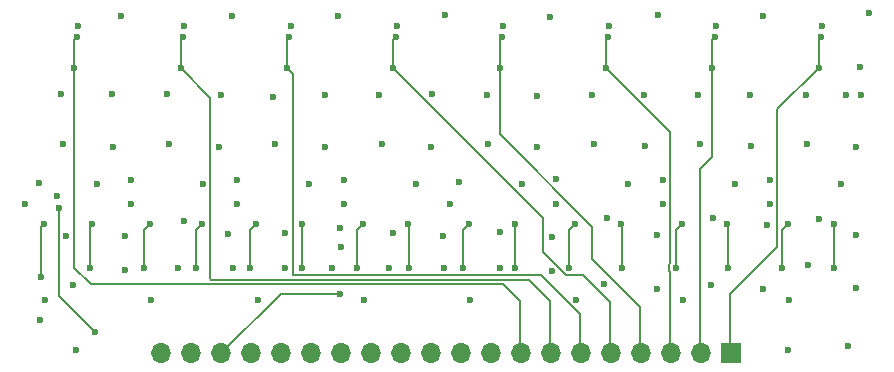
<source format=gbr>
%TF.GenerationSoftware,KiCad,Pcbnew,8.0.8*%
%TF.CreationDate,2025-09-05T20:33:19+02:00*%
%TF.ProjectId,REG8bit-SMD,52454738-6269-4742-9d53-4d442e6b6963,rev?*%
%TF.SameCoordinates,Original*%
%TF.FileFunction,Copper,L2,Inr*%
%TF.FilePolarity,Positive*%
%FSLAX46Y46*%
G04 Gerber Fmt 4.6, Leading zero omitted, Abs format (unit mm)*
G04 Created by KiCad (PCBNEW 8.0.8) date 2025-09-05 20:33:19*
%MOMM*%
%LPD*%
G01*
G04 APERTURE LIST*
%TA.AperFunction,ComponentPad*%
%ADD10R,1.700000X1.700000*%
%TD*%
%TA.AperFunction,ComponentPad*%
%ADD11O,1.700000X1.700000*%
%TD*%
%TA.AperFunction,ViaPad*%
%ADD12C,0.600000*%
%TD*%
%TA.AperFunction,Conductor*%
%ADD13C,0.200000*%
%TD*%
G04 APERTURE END LIST*
D10*
%TO.N,Net-(J1-Pin_1)*%
%TO.C,J1*%
X109725000Y-161625000D03*
D11*
%TO.N,Net-(J1-Pin_2)*%
X107185000Y-161625000D03*
%TO.N,Net-(J1-Pin_3)*%
X104645000Y-161625000D03*
%TO.N,Net-(J1-Pin_4)*%
X102105000Y-161625000D03*
%TO.N,Net-(J1-Pin_5)*%
X99565000Y-161625000D03*
%TO.N,Net-(J1-Pin_6)*%
X97025000Y-161625000D03*
%TO.N,Net-(J1-Pin_7)*%
X94485000Y-161625000D03*
%TO.N,Net-(J1-Pin_8)*%
X91945000Y-161625000D03*
%TO.N,Net-(J1-Pin_9)*%
X89405000Y-161625000D03*
%TO.N,Net-(J1-Pin_10)*%
X86865000Y-161625000D03*
%TO.N,Net-(J1-Pin_11)*%
X84325000Y-161625000D03*
%TO.N,Net-(J1-Pin_12)*%
X81785000Y-161625000D03*
%TO.N,Net-(J1-Pin_13)*%
X79245000Y-161625000D03*
%TO.N,Net-(J1-Pin_14)*%
X76705000Y-161625000D03*
%TO.N,Net-(J1-Pin_15)*%
X74165000Y-161625000D03*
%TO.N,Net-(J1-Pin_16)*%
X71625000Y-161625000D03*
%TO.N,/EN*%
X69085000Y-161625000D03*
%TO.N,/RST*%
X66545000Y-161625000D03*
%TO.N,Earth*%
X64005000Y-161625000D03*
%TO.N,VCC*%
X61465000Y-161625000D03*
%TD*%
D12*
%TO.N,Earth*%
X121400000Y-132800000D03*
X112400000Y-133100000D03*
X103500000Y-133000000D03*
X94400000Y-133200000D03*
X85500000Y-133000000D03*
X76400000Y-133100000D03*
X67400000Y-133100000D03*
X58000000Y-133100000D03*
X51200000Y-158800000D03*
X116200000Y-154200000D03*
X112400000Y-156200000D03*
X108000000Y-155900000D03*
X103400000Y-156200000D03*
X98900000Y-155800000D03*
X94500000Y-154700000D03*
X90100000Y-154400000D03*
X85400000Y-154400000D03*
X80702943Y-154400000D03*
X75900000Y-154400000D03*
X71900000Y-154400000D03*
X67500000Y-154400000D03*
X62900000Y-154400000D03*
X58400000Y-154600000D03*
X54000000Y-155900000D03*
X112700000Y-150800000D03*
X108200000Y-150200000D03*
X103400000Y-151600000D03*
X99200000Y-150200000D03*
X94500000Y-151800000D03*
X90100000Y-151400000D03*
X85300000Y-151700000D03*
X81100000Y-151450000D03*
X76600000Y-151000000D03*
X71968808Y-151440552D03*
X67100000Y-151500000D03*
X63400000Y-150400000D03*
X58400000Y-151700000D03*
X53400000Y-151700000D03*
X61900000Y-139700000D03*
X53000000Y-139700000D03*
X57300000Y-139700000D03*
X57400000Y-144200000D03*
X66300000Y-144200000D03*
X75300000Y-144200000D03*
X84300000Y-144200000D03*
X93300000Y-144200000D03*
X102400000Y-144100000D03*
X111400000Y-144100000D03*
X120300000Y-144200000D03*
X120700000Y-139800000D03*
X116000000Y-139800000D03*
X111300000Y-139800000D03*
X106900000Y-139800000D03*
X102300000Y-139800000D03*
X97900000Y-139800000D03*
X93237500Y-139837500D03*
X89000000Y-139800000D03*
X84400000Y-139700000D03*
X79900000Y-139800000D03*
X75300000Y-139800000D03*
X70900000Y-139900000D03*
X66500000Y-139800000D03*
%TO.N,Net-(Q10-D)*%
X49900000Y-149000000D03*
X51100000Y-147200000D03*
%TO.N,Net-(Q19-G)*%
X58900000Y-147000000D03*
X58900000Y-148990000D03*
%TO.N,Net-(Q29-G)*%
X67900000Y-147000000D03*
X67900000Y-148990000D03*
%TO.N,Net-(Q39-G)*%
X76900000Y-147000000D03*
X76900000Y-148990000D03*
%TO.N,Net-(Q49-G)*%
X86700000Y-147100000D03*
X85900000Y-148990000D03*
%TO.N,Net-(Q59-G)*%
X94900000Y-146900000D03*
X94900000Y-148990000D03*
%TO.N,Net-(Q69-G)*%
X103940000Y-147000000D03*
X103940000Y-148990000D03*
%TO.N,Net-(Q78-S)*%
X120600000Y-137400000D03*
X119400000Y-139800000D03*
%TO.N,Earth*%
X120300000Y-151600000D03*
X120300000Y-156100000D03*
X119600000Y-161000000D03*
X114550000Y-161350000D03*
%TO.N,/RST*%
X76700000Y-152650000D03*
X76600000Y-156600000D03*
%TO.N,Net-(Q74-D)*%
X116100000Y-143900000D03*
%TO.N,Net-(Q64-D)*%
X107100000Y-143900000D03*
%TO.N,Net-(Q54-D)*%
X98100000Y-143900000D03*
%TO.N,Net-(Q44-D)*%
X89100000Y-143900000D03*
%TO.N,Net-(Q34-D)*%
X80100000Y-143900000D03*
%TO.N,Net-(Q24-D)*%
X71100000Y-143900000D03*
%TO.N,Net-(Q14-D)*%
X62100000Y-143900000D03*
%TO.N,Net-(Q4-D)*%
X53100000Y-143900000D03*
%TO.N,VCC*%
X52800000Y-149300000D03*
X55800000Y-159800000D03*
%TO.N,/EN*%
X52600000Y-148300000D03*
X54200000Y-161400000D03*
%TO.N,Net-(Q2-D)*%
X51504724Y-150704724D03*
%TO.N,Net-(Q4-D)*%
X55600000Y-150700000D03*
%TO.N,Net-(Q12-D)*%
X60504724Y-150704724D03*
%TO.N,Net-(Q14-D)*%
X64904724Y-150704724D03*
%TO.N,Net-(Q22-D)*%
X69504724Y-150704724D03*
%TO.N,Net-(Q24-D)*%
X73362500Y-150700000D03*
%TO.N,Net-(Q32-D)*%
X78504724Y-150704724D03*
%TO.N,Net-(Q34-D)*%
X82362500Y-150700000D03*
%TO.N,Net-(Q42-D)*%
X87504724Y-150704724D03*
%TO.N,Net-(Q44-D)*%
X91362500Y-150700000D03*
%TO.N,Net-(Q52-D)*%
X96504724Y-150704724D03*
%TO.N,Net-(Q54-D)*%
X100362500Y-150700000D03*
%TO.N,Net-(Q62-D)*%
X105504724Y-150704724D03*
%TO.N,Net-(Q64-D)*%
X109362500Y-150700000D03*
%TO.N,Net-(Q74-D)*%
X118400000Y-150700000D03*
%TO.N,Net-(Q72-D)*%
X114500000Y-150700000D03*
X114000000Y-154400000D03*
%TO.N,Net-(Q54-D)*%
X100500000Y-154400000D03*
%TO.N,Net-(Q44-D)*%
X91400000Y-154400000D03*
%TO.N,Net-(Q34-D)*%
X82400000Y-154400000D03*
%TO.N,Net-(Q24-D)*%
X73400000Y-154400000D03*
%TO.N,Net-(Q2-D)*%
X51300000Y-155200000D03*
%TO.N,Net-(Q4-D)*%
X55400000Y-154400000D03*
%TO.N,Net-(Q14-D)*%
X64400000Y-154400000D03*
%TO.N,Net-(Q12-D)*%
X60000000Y-154400000D03*
%TO.N,Net-(Q22-D)*%
X69000000Y-154400000D03*
%TO.N,Net-(Q32-D)*%
X78000000Y-154400000D03*
%TO.N,Net-(Q42-D)*%
X87000000Y-154400000D03*
%TO.N,Net-(Q52-D)*%
X96000000Y-154400000D03*
%TO.N,Net-(Q62-D)*%
X105000000Y-154400000D03*
%TO.N,Net-(Q64-D)*%
X109400000Y-154400000D03*
%TO.N,Net-(Q74-D)*%
X118400000Y-154400000D03*
%TO.N,VCC*%
X54400000Y-133900000D03*
X63400000Y-133900000D03*
X72400000Y-133900000D03*
X81400000Y-133900000D03*
X90400000Y-133900000D03*
X99400000Y-133900000D03*
X108400000Y-133900000D03*
X117400000Y-133900000D03*
%TO.N,Net-(J1-Pin_8)*%
X54300000Y-134880000D03*
X54100000Y-137500000D03*
%TO.N,Net-(J1-Pin_7)*%
X63300000Y-134880000D03*
X63100000Y-137500000D03*
%TO.N,Net-(J1-Pin_6)*%
X72300000Y-134900000D03*
X72100000Y-137500000D03*
%TO.N,Net-(J1-Pin_5)*%
X81300000Y-134900000D03*
X81100000Y-137500000D03*
%TO.N,Net-(J1-Pin_4)*%
X90300000Y-134880000D03*
X90100000Y-137500000D03*
%TO.N,Net-(J1-Pin_3)*%
X99300000Y-134880000D03*
X99100000Y-137500000D03*
%TO.N,Net-(J1-Pin_2)*%
X108300000Y-134880000D03*
X108100000Y-137500000D03*
%TO.N,Net-(J1-Pin_1)*%
X117300000Y-134880000D03*
X117100000Y-137500000D03*
%TO.N,Net-(J1-Pin_16)*%
X56000000Y-147300000D03*
X51600000Y-157100000D03*
%TO.N,Net-(J1-Pin_15)*%
X65000000Y-147300000D03*
X60600000Y-157100000D03*
%TO.N,Net-(J1-Pin_14)*%
X74000000Y-147300000D03*
X69600000Y-157100000D03*
%TO.N,Net-(J1-Pin_13)*%
X83000000Y-147300000D03*
X78600000Y-157100000D03*
%TO.N,Net-(J1-Pin_12)*%
X92000000Y-147300000D03*
X87600000Y-157100000D03*
%TO.N,Net-(J1-Pin_9)*%
X119000000Y-147300000D03*
X114600000Y-157100000D03*
%TO.N,Net-(J1-Pin_10)*%
X105600000Y-157100000D03*
%TO.N,Net-(J1-Pin_11)*%
X101000000Y-147300000D03*
X96600000Y-157100000D03*
%TO.N,Net-(J1-Pin_10)*%
X110000000Y-147300000D03*
%TO.N,Earth*%
X117100000Y-150300000D03*
%TO.N,Net-(Q79-G)*%
X113000000Y-148990000D03*
X113000000Y-147000000D03*
%TD*%
D13*
%TO.N,Net-(J1-Pin_6)*%
X72600000Y-138000000D02*
X72100000Y-137500000D01*
X72600000Y-155000000D02*
X72600000Y-138000000D01*
X93600000Y-155000000D02*
X72600000Y-155000000D01*
X96920000Y-161900000D02*
X96920000Y-158320000D01*
X96920000Y-158320000D02*
X93600000Y-155000000D01*
%TO.N,Net-(J1-Pin_4)*%
X90100000Y-143100000D02*
X90100000Y-137500000D01*
X97951471Y-150951471D02*
X90100000Y-143100000D01*
X102000000Y-157700000D02*
X97951471Y-153651471D01*
X97951471Y-153651471D02*
X97951471Y-150951471D01*
X102000000Y-161900000D02*
X102000000Y-157700000D01*
%TO.N,/RST*%
X71570000Y-156600000D02*
X76600000Y-156600000D01*
X66545000Y-161625000D02*
X71570000Y-156600000D01*
%TO.N,Net-(J1-Pin_1)*%
X113600000Y-141000000D02*
X117100000Y-137500000D01*
X109620000Y-161900000D02*
X109620000Y-156580000D01*
X109620000Y-156580000D02*
X113600000Y-152600000D01*
X113600000Y-152600000D02*
X113600000Y-141000000D01*
%TO.N,Net-(J1-Pin_8)*%
X54100000Y-154400000D02*
X54100000Y-137500000D01*
X91840000Y-157240000D02*
X90400000Y-155800000D01*
X55500000Y-155800000D02*
X54100000Y-154400000D01*
X91840000Y-161900000D02*
X91840000Y-157240000D01*
X90400000Y-155800000D02*
X55500000Y-155800000D01*
%TO.N,Net-(J1-Pin_7)*%
X65600000Y-140000000D02*
X63100000Y-137500000D01*
X65700000Y-155400000D02*
X65600000Y-155300000D01*
X94380000Y-157180000D02*
X92600000Y-155400000D01*
X94380000Y-161900000D02*
X94380000Y-157180000D01*
X92600000Y-155400000D02*
X65700000Y-155400000D01*
X65600000Y-155300000D02*
X65600000Y-140000000D01*
%TO.N,Net-(J1-Pin_5)*%
X93800000Y-150200000D02*
X81100000Y-137500000D01*
X93800000Y-153048529D02*
X93800000Y-150200000D01*
X95751471Y-155000000D02*
X93800000Y-153048529D01*
X99460000Y-157310000D02*
X97150000Y-155000000D01*
X97150000Y-155000000D02*
X95751471Y-155000000D01*
X99460000Y-161900000D02*
X99460000Y-157310000D01*
%TO.N,Net-(J1-Pin_2)*%
X108100000Y-145000000D02*
X108100000Y-137500000D01*
X107080000Y-146020000D02*
X108100000Y-145000000D01*
X107080000Y-161900000D02*
X107080000Y-146020000D01*
%TO.N,Net-(J1-Pin_3)*%
X104540000Y-142940000D02*
X99100000Y-137500000D01*
X104400000Y-154151471D02*
X104540000Y-154011471D01*
X104540000Y-154011471D02*
X104540000Y-142940000D01*
X104540000Y-154788529D02*
X104400000Y-154648529D01*
X104400000Y-154648529D02*
X104400000Y-154151471D01*
X104540000Y-161900000D02*
X104540000Y-154788529D01*
%TO.N,VCC*%
X52800000Y-156800000D02*
X52800000Y-149300000D01*
X55800000Y-159800000D02*
X52800000Y-156800000D01*
%TO.N,Net-(Q2-D)*%
X51300000Y-155200000D02*
X51300000Y-150909448D01*
X51300000Y-150909448D02*
X51504724Y-150704724D01*
%TO.N,Net-(Q4-D)*%
X55400000Y-150900000D02*
X55600000Y-150700000D01*
X55400000Y-154400000D02*
X55400000Y-150900000D01*
%TO.N,Net-(Q12-D)*%
X60000000Y-151209448D02*
X60504724Y-150704724D01*
X60000000Y-154400000D02*
X60000000Y-151209448D01*
%TO.N,Net-(Q14-D)*%
X64400000Y-151209448D02*
X64904724Y-150704724D01*
X64400000Y-154400000D02*
X64400000Y-151209448D01*
%TO.N,Net-(Q22-D)*%
X69000000Y-151209448D02*
X69504724Y-150704724D01*
X69000000Y-154400000D02*
X69000000Y-151209448D01*
%TO.N,Net-(Q24-D)*%
X73400000Y-150737500D02*
X73362500Y-150700000D01*
X73400000Y-154400000D02*
X73400000Y-150737500D01*
%TO.N,Net-(Q32-D)*%
X78000000Y-154400000D02*
X78000000Y-151209448D01*
X78000000Y-151209448D02*
X78504724Y-150704724D01*
%TO.N,Net-(Q34-D)*%
X82400000Y-150737500D02*
X82362500Y-150700000D01*
X82400000Y-154400000D02*
X82400000Y-150737500D01*
%TO.N,Net-(Q42-D)*%
X87000000Y-154400000D02*
X87000000Y-151209448D01*
X87000000Y-151209448D02*
X87504724Y-150704724D01*
%TO.N,Net-(Q44-D)*%
X91400000Y-154400000D02*
X91400000Y-150737500D01*
X91400000Y-150737500D02*
X91362500Y-150700000D01*
%TO.N,Net-(Q52-D)*%
X96000000Y-151209448D02*
X96504724Y-150704724D01*
X96000000Y-154400000D02*
X96000000Y-151209448D01*
%TO.N,Net-(Q54-D)*%
X100500000Y-150837500D02*
X100362500Y-150700000D01*
X100500000Y-154400000D02*
X100500000Y-150837500D01*
%TO.N,Net-(Q74-D)*%
X118400000Y-150700000D02*
X118400000Y-154400000D01*
%TO.N,Net-(Q72-D)*%
X114000000Y-151200000D02*
X114000000Y-154400000D01*
X114500000Y-150700000D02*
X114000000Y-151200000D01*
%TO.N,Net-(Q64-D)*%
X109362500Y-150700000D02*
X109400000Y-150737500D01*
X109400000Y-150737500D02*
X109400000Y-154400000D01*
%TO.N,Net-(Q62-D)*%
X105000000Y-151209448D02*
X105000000Y-154400000D01*
X105504724Y-150704724D02*
X105000000Y-151209448D01*
%TO.N,Net-(J1-Pin_8)*%
X54100000Y-135080000D02*
X54300000Y-134880000D01*
X54100000Y-137500000D02*
X54100000Y-135080000D01*
%TO.N,Net-(J1-Pin_7)*%
X63100000Y-135080000D02*
X63300000Y-134880000D01*
X63100000Y-137500000D02*
X63100000Y-135080000D01*
%TO.N,Net-(J1-Pin_6)*%
X72100000Y-135100000D02*
X72300000Y-134900000D01*
X72100000Y-137500000D02*
X72100000Y-135100000D01*
%TO.N,Net-(J1-Pin_5)*%
X81100000Y-137500000D02*
X81100000Y-135100000D01*
X81100000Y-135100000D02*
X81300000Y-134900000D01*
%TO.N,Net-(J1-Pin_4)*%
X90100000Y-135080000D02*
X90300000Y-134880000D01*
X90100000Y-137500000D02*
X90100000Y-135080000D01*
%TO.N,Net-(J1-Pin_3)*%
X99100000Y-135080000D02*
X99300000Y-134880000D01*
X99100000Y-137500000D02*
X99100000Y-135080000D01*
%TO.N,Net-(J1-Pin_2)*%
X108100000Y-135080000D02*
X108300000Y-134880000D01*
X108100000Y-137500000D02*
X108100000Y-135080000D01*
%TO.N,Net-(J1-Pin_1)*%
X117100000Y-135080000D02*
X117300000Y-134880000D01*
X117100000Y-137500000D02*
X117100000Y-135080000D01*
%TD*%
M02*

</source>
